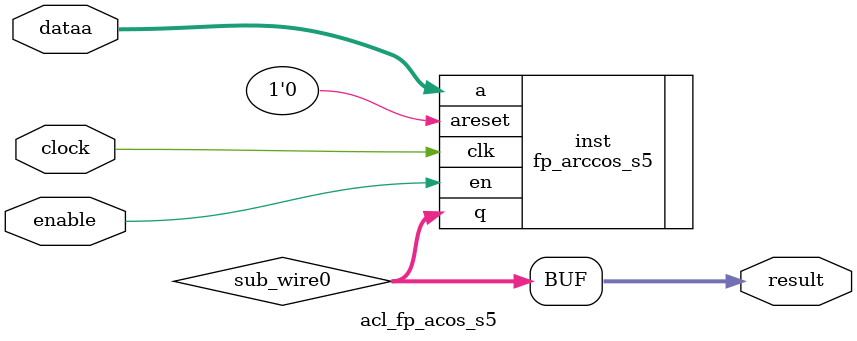
<source format=v>

`timescale 1 ps / 1 ps
// synopsys translate_on
module acl_fp_acos_s5 (
	enable,
	clock,
	dataa,
	result);

	input	  enable;
	input	  clock;
	input	[31:0]  dataa;
	output	[31:0]  result;

	wire [31:0] sub_wire0;
	wire [31:0] result = sub_wire0[31:0];

	fp_arccos_s5	inst (
				.en (enable),
        .areset(1'b0),
				.clk(clock),
				.a(dataa),
				.q(sub_wire0));

endmodule

</source>
